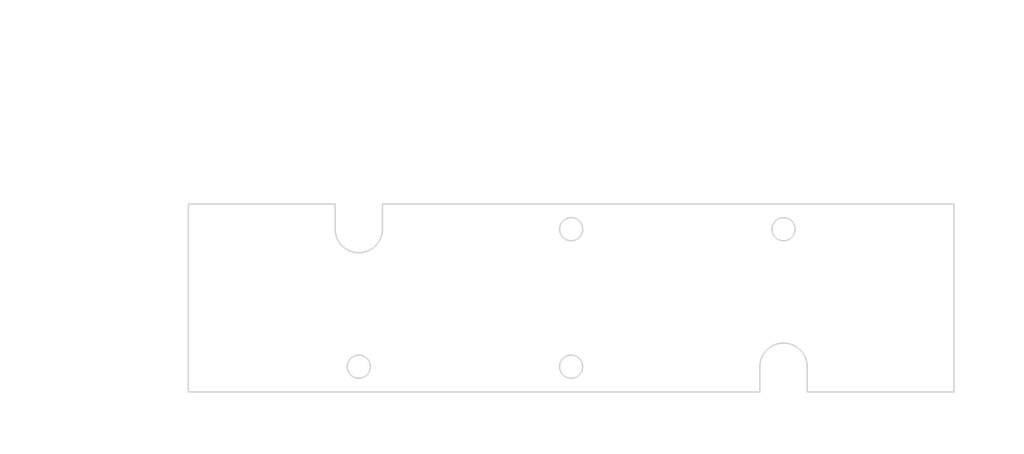
<source format=kicad_pcb>
(kicad_pcb (version 20171130) (host pcbnew "(5.1.0)-1")

  (general
    (thickness 1.6)
    (drawings 69)
    (tracks 0)
    (zones 0)
    (modules 0)
    (nets 1)
  )

  (page A4)
  (layers
    (0 F.Cu signal)
    (31 B.Cu signal)
    (32 B.Adhes user)
    (33 F.Adhes user)
    (34 B.Paste user)
    (35 F.Paste user)
    (36 B.SilkS user)
    (37 F.SilkS user)
    (38 B.Mask user)
    (39 F.Mask user)
    (40 Dwgs.User user)
    (41 Cmts.User user)
    (42 Eco1.User user)
    (43 Eco2.User user)
    (44 Edge.Cuts user)
    (45 Margin user)
    (46 B.CrtYd user)
    (47 F.CrtYd user)
    (48 B.Fab user)
    (49 F.Fab user)
  )

  (setup
    (last_trace_width 0.25)
    (trace_clearance 0.2)
    (zone_clearance 0.508)
    (zone_45_only no)
    (trace_min 0.2)
    (via_size 0.8)
    (via_drill 0.4)
    (via_min_size 0.4)
    (via_min_drill 0.3)
    (uvia_size 0.3)
    (uvia_drill 0.1)
    (uvias_allowed no)
    (uvia_min_size 0.2)
    (uvia_min_drill 0.1)
    (edge_width 0.05)
    (segment_width 0.2)
    (pcb_text_width 0.3)
    (pcb_text_size 1.5 1.5)
    (mod_edge_width 0.12)
    (mod_text_size 1 1)
    (mod_text_width 0.15)
    (pad_size 1.524 1.524)
    (pad_drill 0.762)
    (pad_to_mask_clearance 0.051)
    (solder_mask_min_width 0.25)
    (aux_axis_origin 0 0)
    (visible_elements FFFFFF7F)
    (pcbplotparams
      (layerselection 0x010fc_ffffffff)
      (usegerberextensions false)
      (usegerberattributes false)
      (usegerberadvancedattributes false)
      (creategerberjobfile false)
      (excludeedgelayer true)
      (linewidth 0.152400)
      (plotframeref false)
      (viasonmask false)
      (mode 1)
      (useauxorigin false)
      (hpglpennumber 1)
      (hpglpenspeed 20)
      (hpglpendiameter 15.000000)
      (psnegative false)
      (psa4output false)
      (plotreference true)
      (plotvalue true)
      (plotinvisibletext false)
      (padsonsilk false)
      (subtractmaskfromsilk false)
      (outputformat 1)
      (mirror false)
      (drillshape 1)
      (scaleselection 1)
      (outputdirectory ""))
  )

  (net 0 "")

  (net_class Default "This is the default net class."
    (clearance 0.2)
    (trace_width 0.25)
    (via_dia 0.8)
    (via_drill 0.4)
    (uvia_dia 0.3)
    (uvia_drill 0.1)
  )

  (gr_line (start 204.529765 97.846602) (end 204.529765 123.825577) (layer Edge.Cuts) (width 0.2))
  (gr_line (start 125.551113 97.846602) (end 204.529765 97.846602) (layer Edge.Cuts) (width 0.2))
  (gr_line (start 125.551113 101.33609) (end 125.551113 97.846602) (layer Edge.Cuts) (width 0.2))
  (gr_arc (start 122.283838 101.33609) (end 119.016564 101.33609) (angle -180) (layer Edge.Cuts) (width 0.2))
  (gr_line (start 119.016564 97.846602) (end 119.016564 101.33609) (layer Edge.Cuts) (width 0.2))
  (gr_line (start 98.729765 97.846602) (end 119.016564 97.846602) (layer Edge.Cuts) (width 0.2))
  (gr_line (start 98.729765 123.825577) (end 98.729765 97.846602) (layer Edge.Cuts) (width 0.2))
  (gr_line (start 177.708417 123.825577) (end 98.729765 123.825577) (layer Edge.Cuts) (width 0.2))
  (gr_line (start 177.708417 120.33609) (end 177.708417 123.825577) (layer Edge.Cuts) (width 0.2))
  (gr_arc (start 180.975691 120.33609) (end 184.242965 120.33609) (angle -180) (layer Edge.Cuts) (width 0.2))
  (gr_line (start 184.242965 123.825577) (end 184.242965 120.33609) (layer Edge.Cuts) (width 0.2))
  (gr_line (start 204.529765 123.825577) (end 184.242965 123.825577) (layer Edge.Cuts) (width 0.2))
  (gr_circle (center 151.629765 120.33609) (end 153.229765 120.33609) (layer Edge.Cuts) (width 0.2))
  (gr_circle (center 122.283838 120.33609) (end 123.883838 120.33609) (layer Edge.Cuts) (width 0.2))
  (gr_circle (center 180.975691 101.33609) (end 182.575691 101.33609) (layer Edge.Cuts) (width 0.2))
  (gr_circle (center 151.629765 101.335169) (end 153.229765 101.335169) (layer Edge.Cuts) (width 0.2))
  (gr_text [.80] (at 108.873164 94.619663) (layer Dwgs.User)
    (effects (font (size 1.7 1.53) (thickness 0.2125)))
  )
  (gr_text " 20.29" (at 108.873164 91.062228) (layer Dwgs.User)
    (effects (font (size 1.7 1.53) (thickness 0.2125)))
  )
  (gr_line (start 117.016564 92.730202) (end 112.922414 92.730202) (layer Dwgs.User) (width 0.2))
  (gr_line (start 100.729765 92.730202) (end 104.823915 92.730202) (layer Dwgs.User) (width 0.2))
  (gr_line (start 119.016564 96.846602) (end 119.016564 89.555202) (layer Dwgs.User) (width 0.2))
  (gr_line (start 98.729765 96.846602) (end 98.729765 89.555202) (layer Dwgs.User) (width 0.2))
  (gr_text [.26] (at 131.416547 94.42946) (layer Dwgs.User)
    (effects (font (size 1.7 1.53) (thickness 0.2125)))
  )
  (gr_text " 6.53" (at 131.416547 90.871445) (layer Dwgs.User)
    (effects (font (size 1.7 1.53) (thickness 0.2125)))
  )
  (gr_line (start 125.551113 92.539999) (end 128.029439 92.539999) (layer Dwgs.User) (width 0.2))
  (gr_line (start 121.016564 92.539999) (end 123.551113 92.539999) (layer Dwgs.User) (width 0.2))
  (gr_line (start 119.016564 96.846602) (end 119.016564 89.364999) (layer Dwgs.User) (width 0.2))
  (gr_line (start 125.551113 96.846602) (end 125.551113 89.364999) (layer Dwgs.User) (width 0.2))
  (gr_line (start 180.975691 101.42609) (end 180.975691 101.24609) (layer Dwgs.User) (width 0.2))
  (gr_line (start 180.885691 101.33609) (end 181.065691 101.33609) (layer Dwgs.User) (width 0.2))
  (gr_text " ∅3.20\n[∅0.13]" (at 171.526532 92.177642) (layer Dwgs.User)
    (effects (font (size 1.7 1.53) (thickness 0.2125)))
  )
  (gr_line (start 178.063401 92.177642) (end 179.884757 97.905366) (layer Dwgs.User) (width 0.2))
  (gr_line (start 176.063401 92.177642) (end 178.063401 92.177642) (layer Dwgs.User) (width 0.2))
  (gr_text [.75] (at 210.192737 112.722072) (layer Dwgs.User)
    (effects (font (size 1.7 1.53) (thickness 0.2125)))
  )
  (gr_text " 19.00" (at 210.192737 109.168115) (layer Dwgs.User)
    (effects (font (size 1.7 1.53) (thickness 0.2125)))
  )
  (gr_line (start 210.192737 103.33609) (end 210.192737 107.282133) (layer Dwgs.User) (width 0.2))
  (gr_line (start 210.192737 118.33609) (end 210.192737 114.390046) (layer Dwgs.User) (width 0.2))
  (gr_line (start 181.975691 101.33609) (end 213.367737 101.33609) (layer Dwgs.User) (width 0.2))
  (gr_line (start 185.242965 120.33609) (end 213.367737 120.33609) (layer Dwgs.User) (width 0.2))
  (gr_text [1.16] (at 166.302728 130.989323) (layer Dwgs.User)
    (effects (font (size 1.7 1.53) (thickness 0.2125)))
  )
  (gr_text " 29.35" (at 166.302728 127.431308) (layer Dwgs.User)
    (effects (font (size 1.7 1.53) (thickness 0.2125)))
  )
  (gr_line (start 153.629765 129.099862) (end 162.248839 129.099862) (layer Dwgs.User) (width 0.2))
  (gr_line (start 178.975691 129.099862) (end 170.356616 129.099862) (layer Dwgs.User) (width 0.2))
  (gr_line (start 151.629765 121.33609) (end 151.629765 132.274862) (layer Dwgs.User) (width 0.2))
  (gr_line (start 180.975691 121.33609) (end 180.975691 132.274862) (layer Dwgs.User) (width 0.2))
  (gr_text [1.16] (at 136.956802 130.989323) (layer Dwgs.User)
    (effects (font (size 1.7 1.53) (thickness 0.2125)))
  )
  (gr_text " 29.35" (at 136.956802 127.431308) (layer Dwgs.User)
    (effects (font (size 1.7 1.53) (thickness 0.2125)))
  )
  (gr_line (start 149.629765 129.099862) (end 141.01069 129.099862) (layer Dwgs.User) (width 0.2))
  (gr_line (start 124.283838 129.099862) (end 132.902913 129.099862) (layer Dwgs.User) (width 0.2))
  (gr_line (start 151.629765 121.33609) (end 151.629765 132.274862) (layer Dwgs.User) (width 0.2))
  (gr_line (start 122.283838 121.33609) (end 122.283838 132.274862) (layer Dwgs.User) (width 0.2))
  (gr_text [.93] (at 110.506802 130.989323) (layer Dwgs.User)
    (effects (font (size 1.7 1.53) (thickness 0.2125)))
  )
  (gr_text " 23.55" (at 110.506802 127.431308) (layer Dwgs.User)
    (effects (font (size 1.7 1.53) (thickness 0.2125)))
  )
  (gr_line (start 120.283838 129.099862) (end 114.56069 129.099862) (layer Dwgs.User) (width 0.2))
  (gr_line (start 100.729765 129.099862) (end 106.452913 129.099862) (layer Dwgs.User) (width 0.2))
  (gr_line (start 122.283838 121.33609) (end 122.283838 132.274862) (layer Dwgs.User) (width 0.2))
  (gr_line (start 98.729765 124.825577) (end 98.729765 132.274862) (layer Dwgs.User) (width 0.2))
  (gr_text [4.17] (at 151.629765 74.826658) (layer Dwgs.User)
    (effects (font (size 1.7 1.53) (thickness 0.2125)))
  )
  (gr_text " 105.80" (at 151.629765 71.269223) (layer Dwgs.User)
    (effects (font (size 1.7 1.53) (thickness 0.2125)))
  )
  (gr_line (start 202.529765 72.937197) (end 156.334778 72.937197) (layer Dwgs.User) (width 0.2))
  (gr_line (start 100.729765 72.937197) (end 146.924751 72.937197) (layer Dwgs.User) (width 0.2))
  (gr_line (start 204.529765 96.846602) (end 204.529765 69.762197) (layer Dwgs.User) (width 0.2))
  (gr_line (start 98.729765 96.846602) (end 98.729765 69.762197) (layer Dwgs.User) (width 0.2))
  (gr_text [1.02] (at 76.729765 112.725551) (layer Dwgs.User)
    (effects (font (size 1.7 1.53) (thickness 0.2125)))
  )
  (gr_text " 25.98" (at 76.729765 109.168115) (layer Dwgs.User)
    (effects (font (size 1.7 1.53) (thickness 0.2125)))
  )
  (gr_line (start 76.729765 99.846602) (end 76.729765 107.278654) (layer Dwgs.User) (width 0.2))
  (gr_line (start 76.729765 121.825577) (end 76.729765 114.393525) (layer Dwgs.User) (width 0.2))
  (gr_line (start 97.729765 97.846602) (end 73.554765 97.846602) (layer Dwgs.User) (width 0.2))
  (gr_line (start 97.729765 123.825577) (end 73.554765 123.825577) (layer Dwgs.User) (width 0.2))

)

</source>
